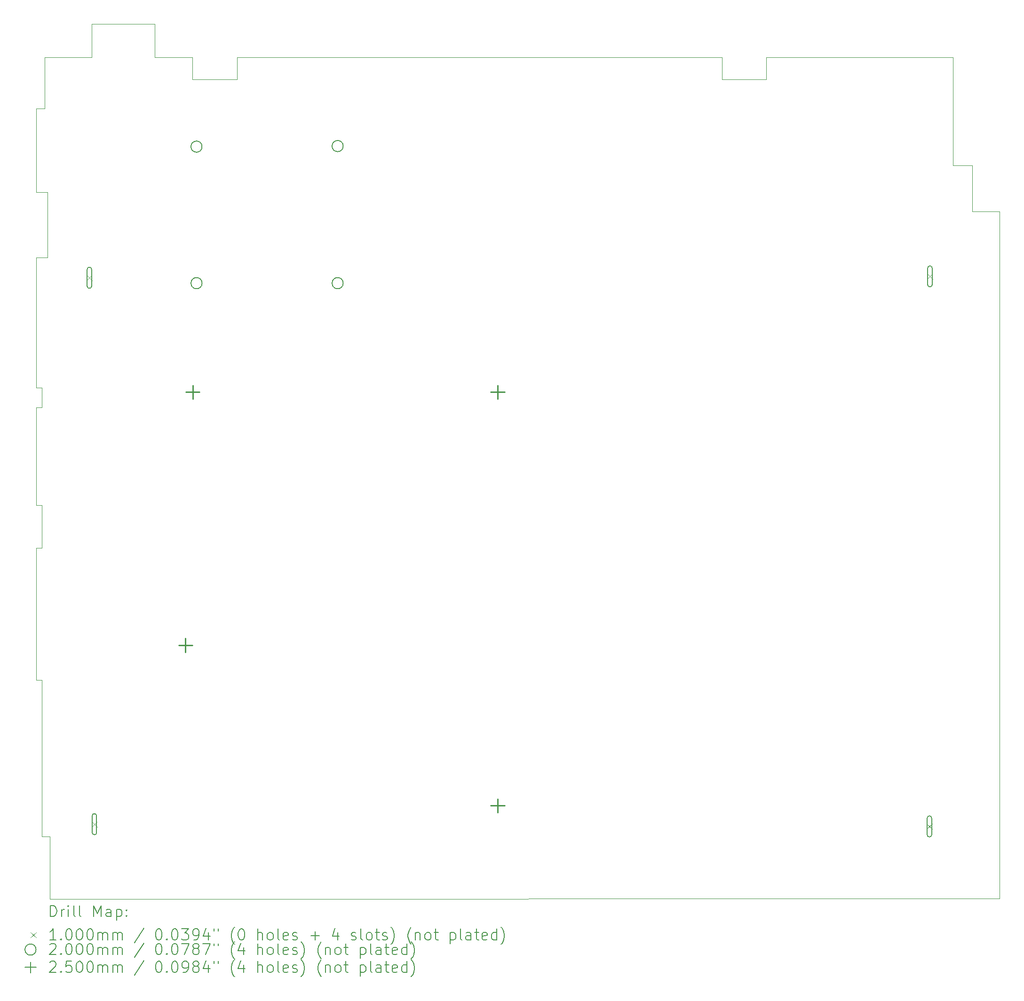
<source format=gbr>
%FSLAX45Y45*%
G04 Gerber Fmt 4.5, Leading zero omitted, Abs format (unit mm)*
G04 Created by KiCad (PCBNEW (6.0.1)) date 2022-04-19 13:10:00*
%MOMM*%
%LPD*%
G01*
G04 APERTURE LIST*
%TA.AperFunction,Profile*%
%ADD10C,0.100000*%
%TD*%
%ADD11C,0.200000*%
%ADD12C,0.100000*%
%ADD13C,0.250000*%
G04 APERTURE END LIST*
D10*
X29789000Y-8480000D02*
X29789000Y-20860000D01*
X12550000Y-16920000D02*
X12550000Y-19740000D01*
X12650000Y-8130000D02*
X12650000Y-9310000D01*
X13450000Y-5100000D02*
X14580000Y-5100000D01*
X14580000Y-5700000D02*
X15260000Y-5700000D01*
X12650000Y-9310000D02*
X12450000Y-9310000D01*
X12450000Y-11660000D02*
X12550000Y-11660000D01*
X24790000Y-5700000D02*
X24790000Y-6100000D01*
X25590000Y-6100000D02*
X25590000Y-5700000D01*
X16060000Y-5700000D02*
X24790000Y-5700000D01*
X12450000Y-14540000D02*
X12450000Y-16920000D01*
X15260000Y-5700000D02*
X15260000Y-6100000D01*
X12550000Y-13770000D02*
X12550000Y-14540000D01*
X12550000Y-14540000D02*
X12450000Y-14540000D01*
X29295000Y-7650000D02*
X29295000Y-8480000D01*
X29295000Y-8480000D02*
X29789000Y-8480000D01*
X12450000Y-6630000D02*
X12600000Y-6630000D01*
X12550000Y-19740000D02*
X12690000Y-19740000D01*
X12690000Y-20870000D02*
X29789000Y-20860000D01*
X15260000Y-6100000D02*
X16060000Y-6100000D01*
X12450000Y-13770000D02*
X12550000Y-13770000D01*
X12690000Y-19740000D02*
X12690000Y-20870000D01*
X13450000Y-5700000D02*
X13450000Y-5100000D01*
X12550000Y-12010000D02*
X12450000Y-12010000D01*
X12600000Y-5700000D02*
X13450000Y-5700000D01*
X28950000Y-7650000D02*
X29295000Y-7650000D01*
X12450000Y-12010000D02*
X12450000Y-13770000D01*
X12460000Y-8130000D02*
X12650000Y-8130000D01*
X12450000Y-9310000D02*
X12450000Y-11660000D01*
X12450000Y-6630000D02*
X12450000Y-8130000D01*
X12550000Y-11660000D02*
X12550000Y-12010000D01*
X16060000Y-6100000D02*
X16060000Y-5700000D01*
X12450000Y-16920000D02*
X12550000Y-16920000D01*
X28950000Y-5700000D02*
X28950000Y-7650000D01*
X24790000Y-6100000D02*
X25590000Y-6100000D01*
X12450000Y-8130000D02*
X12460000Y-8130000D01*
X14580000Y-5100000D02*
X14580000Y-5700000D01*
X25590000Y-5700000D02*
X28950000Y-5700000D01*
X12600000Y-6630000D02*
X12600000Y-5700000D01*
D11*
D12*
X13355000Y-9625000D02*
X13455000Y-9725000D01*
X13455000Y-9625000D02*
X13355000Y-9725000D01*
D11*
X13365000Y-9525000D02*
X13365000Y-9825000D01*
X13445000Y-9525000D02*
X13445000Y-9825000D01*
X13365000Y-9825000D02*
G75*
G03*
X13445000Y-9825000I40000J0D01*
G01*
X13445000Y-9525000D02*
G75*
G03*
X13365000Y-9525000I-40000J0D01*
G01*
D12*
X13445000Y-19470000D02*
X13545000Y-19570000D01*
X13545000Y-19470000D02*
X13445000Y-19570000D01*
D11*
X13455000Y-19370000D02*
X13455000Y-19670000D01*
X13535000Y-19370000D02*
X13535000Y-19670000D01*
X13455000Y-19670000D02*
G75*
G03*
X13535000Y-19670000I40000J0D01*
G01*
X13535000Y-19370000D02*
G75*
G03*
X13455000Y-19370000I-40000J0D01*
G01*
D12*
X28475000Y-19510000D02*
X28575000Y-19610000D01*
X28575000Y-19510000D02*
X28475000Y-19610000D01*
D11*
X28485000Y-19410000D02*
X28485000Y-19710000D01*
X28565000Y-19410000D02*
X28565000Y-19710000D01*
X28485000Y-19710000D02*
G75*
G03*
X28565000Y-19710000I40000J0D01*
G01*
X28565000Y-19410000D02*
G75*
G03*
X28485000Y-19410000I-40000J0D01*
G01*
D12*
X28485000Y-9600000D02*
X28585000Y-9700000D01*
X28585000Y-9600000D02*
X28485000Y-9700000D01*
D11*
X28495000Y-9500000D02*
X28495000Y-9800000D01*
X28575000Y-9500000D02*
X28575000Y-9800000D01*
X28495000Y-9800000D02*
G75*
G03*
X28575000Y-9800000I40000J0D01*
G01*
X28575000Y-9500000D02*
G75*
G03*
X28495000Y-9500000I-40000J0D01*
G01*
X15433200Y-7312900D02*
G75*
G03*
X15433200Y-7312900I-100000J0D01*
G01*
X15433200Y-9772900D02*
G75*
G03*
X15433200Y-9772900I-100000J0D01*
G01*
X17973200Y-7302900D02*
G75*
G03*
X17973200Y-7302900I-100000J0D01*
G01*
X17973200Y-9772900D02*
G75*
G03*
X17973200Y-9772900I-100000J0D01*
G01*
D13*
X15135000Y-16170500D02*
X15135000Y-16420500D01*
X15010000Y-16295500D02*
X15260000Y-16295500D01*
X15265000Y-11610500D02*
X15265000Y-11860500D01*
X15140000Y-11735500D02*
X15390000Y-11735500D01*
X20755000Y-11610500D02*
X20755000Y-11860500D01*
X20630000Y-11735500D02*
X20880000Y-11735500D01*
X20755000Y-19060500D02*
X20755000Y-19310500D01*
X20630000Y-19185500D02*
X20880000Y-19185500D01*
D11*
X12702619Y-21185476D02*
X12702619Y-20985476D01*
X12750238Y-20985476D01*
X12778809Y-20995000D01*
X12797857Y-21014048D01*
X12807381Y-21033095D01*
X12816905Y-21071190D01*
X12816905Y-21099762D01*
X12807381Y-21137857D01*
X12797857Y-21156905D01*
X12778809Y-21175952D01*
X12750238Y-21185476D01*
X12702619Y-21185476D01*
X12902619Y-21185476D02*
X12902619Y-21052143D01*
X12902619Y-21090238D02*
X12912143Y-21071190D01*
X12921667Y-21061667D01*
X12940714Y-21052143D01*
X12959762Y-21052143D01*
X13026428Y-21185476D02*
X13026428Y-21052143D01*
X13026428Y-20985476D02*
X13016905Y-20995000D01*
X13026428Y-21004524D01*
X13035952Y-20995000D01*
X13026428Y-20985476D01*
X13026428Y-21004524D01*
X13150238Y-21185476D02*
X13131190Y-21175952D01*
X13121667Y-21156905D01*
X13121667Y-20985476D01*
X13255000Y-21185476D02*
X13235952Y-21175952D01*
X13226428Y-21156905D01*
X13226428Y-20985476D01*
X13483571Y-21185476D02*
X13483571Y-20985476D01*
X13550238Y-21128333D01*
X13616905Y-20985476D01*
X13616905Y-21185476D01*
X13797857Y-21185476D02*
X13797857Y-21080714D01*
X13788333Y-21061667D01*
X13769286Y-21052143D01*
X13731190Y-21052143D01*
X13712143Y-21061667D01*
X13797857Y-21175952D02*
X13778809Y-21185476D01*
X13731190Y-21185476D01*
X13712143Y-21175952D01*
X13702619Y-21156905D01*
X13702619Y-21137857D01*
X13712143Y-21118810D01*
X13731190Y-21109286D01*
X13778809Y-21109286D01*
X13797857Y-21099762D01*
X13893095Y-21052143D02*
X13893095Y-21252143D01*
X13893095Y-21061667D02*
X13912143Y-21052143D01*
X13950238Y-21052143D01*
X13969286Y-21061667D01*
X13978809Y-21071190D01*
X13988333Y-21090238D01*
X13988333Y-21147381D01*
X13978809Y-21166429D01*
X13969286Y-21175952D01*
X13950238Y-21185476D01*
X13912143Y-21185476D01*
X13893095Y-21175952D01*
X14074048Y-21166429D02*
X14083571Y-21175952D01*
X14074048Y-21185476D01*
X14064524Y-21175952D01*
X14074048Y-21166429D01*
X14074048Y-21185476D01*
X14074048Y-21061667D02*
X14083571Y-21071190D01*
X14074048Y-21080714D01*
X14064524Y-21071190D01*
X14074048Y-21061667D01*
X14074048Y-21080714D01*
D12*
X12345000Y-21465000D02*
X12445000Y-21565000D01*
X12445000Y-21465000D02*
X12345000Y-21565000D01*
D11*
X12807381Y-21605476D02*
X12693095Y-21605476D01*
X12750238Y-21605476D02*
X12750238Y-21405476D01*
X12731190Y-21434048D01*
X12712143Y-21453095D01*
X12693095Y-21462619D01*
X12893095Y-21586429D02*
X12902619Y-21595952D01*
X12893095Y-21605476D01*
X12883571Y-21595952D01*
X12893095Y-21586429D01*
X12893095Y-21605476D01*
X13026428Y-21405476D02*
X13045476Y-21405476D01*
X13064524Y-21415000D01*
X13074048Y-21424524D01*
X13083571Y-21443571D01*
X13093095Y-21481667D01*
X13093095Y-21529286D01*
X13083571Y-21567381D01*
X13074048Y-21586429D01*
X13064524Y-21595952D01*
X13045476Y-21605476D01*
X13026428Y-21605476D01*
X13007381Y-21595952D01*
X12997857Y-21586429D01*
X12988333Y-21567381D01*
X12978809Y-21529286D01*
X12978809Y-21481667D01*
X12988333Y-21443571D01*
X12997857Y-21424524D01*
X13007381Y-21415000D01*
X13026428Y-21405476D01*
X13216905Y-21405476D02*
X13235952Y-21405476D01*
X13255000Y-21415000D01*
X13264524Y-21424524D01*
X13274048Y-21443571D01*
X13283571Y-21481667D01*
X13283571Y-21529286D01*
X13274048Y-21567381D01*
X13264524Y-21586429D01*
X13255000Y-21595952D01*
X13235952Y-21605476D01*
X13216905Y-21605476D01*
X13197857Y-21595952D01*
X13188333Y-21586429D01*
X13178809Y-21567381D01*
X13169286Y-21529286D01*
X13169286Y-21481667D01*
X13178809Y-21443571D01*
X13188333Y-21424524D01*
X13197857Y-21415000D01*
X13216905Y-21405476D01*
X13407381Y-21405476D02*
X13426428Y-21405476D01*
X13445476Y-21415000D01*
X13455000Y-21424524D01*
X13464524Y-21443571D01*
X13474048Y-21481667D01*
X13474048Y-21529286D01*
X13464524Y-21567381D01*
X13455000Y-21586429D01*
X13445476Y-21595952D01*
X13426428Y-21605476D01*
X13407381Y-21605476D01*
X13388333Y-21595952D01*
X13378809Y-21586429D01*
X13369286Y-21567381D01*
X13359762Y-21529286D01*
X13359762Y-21481667D01*
X13369286Y-21443571D01*
X13378809Y-21424524D01*
X13388333Y-21415000D01*
X13407381Y-21405476D01*
X13559762Y-21605476D02*
X13559762Y-21472143D01*
X13559762Y-21491190D02*
X13569286Y-21481667D01*
X13588333Y-21472143D01*
X13616905Y-21472143D01*
X13635952Y-21481667D01*
X13645476Y-21500714D01*
X13645476Y-21605476D01*
X13645476Y-21500714D02*
X13655000Y-21481667D01*
X13674048Y-21472143D01*
X13702619Y-21472143D01*
X13721667Y-21481667D01*
X13731190Y-21500714D01*
X13731190Y-21605476D01*
X13826428Y-21605476D02*
X13826428Y-21472143D01*
X13826428Y-21491190D02*
X13835952Y-21481667D01*
X13855000Y-21472143D01*
X13883571Y-21472143D01*
X13902619Y-21481667D01*
X13912143Y-21500714D01*
X13912143Y-21605476D01*
X13912143Y-21500714D02*
X13921667Y-21481667D01*
X13940714Y-21472143D01*
X13969286Y-21472143D01*
X13988333Y-21481667D01*
X13997857Y-21500714D01*
X13997857Y-21605476D01*
X14388333Y-21395952D02*
X14216905Y-21653095D01*
X14645476Y-21405476D02*
X14664524Y-21405476D01*
X14683571Y-21415000D01*
X14693095Y-21424524D01*
X14702619Y-21443571D01*
X14712143Y-21481667D01*
X14712143Y-21529286D01*
X14702619Y-21567381D01*
X14693095Y-21586429D01*
X14683571Y-21595952D01*
X14664524Y-21605476D01*
X14645476Y-21605476D01*
X14626428Y-21595952D01*
X14616905Y-21586429D01*
X14607381Y-21567381D01*
X14597857Y-21529286D01*
X14597857Y-21481667D01*
X14607381Y-21443571D01*
X14616905Y-21424524D01*
X14626428Y-21415000D01*
X14645476Y-21405476D01*
X14797857Y-21586429D02*
X14807381Y-21595952D01*
X14797857Y-21605476D01*
X14788333Y-21595952D01*
X14797857Y-21586429D01*
X14797857Y-21605476D01*
X14931190Y-21405476D02*
X14950238Y-21405476D01*
X14969286Y-21415000D01*
X14978809Y-21424524D01*
X14988333Y-21443571D01*
X14997857Y-21481667D01*
X14997857Y-21529286D01*
X14988333Y-21567381D01*
X14978809Y-21586429D01*
X14969286Y-21595952D01*
X14950238Y-21605476D01*
X14931190Y-21605476D01*
X14912143Y-21595952D01*
X14902619Y-21586429D01*
X14893095Y-21567381D01*
X14883571Y-21529286D01*
X14883571Y-21481667D01*
X14893095Y-21443571D01*
X14902619Y-21424524D01*
X14912143Y-21415000D01*
X14931190Y-21405476D01*
X15064524Y-21405476D02*
X15188333Y-21405476D01*
X15121667Y-21481667D01*
X15150238Y-21481667D01*
X15169286Y-21491190D01*
X15178809Y-21500714D01*
X15188333Y-21519762D01*
X15188333Y-21567381D01*
X15178809Y-21586429D01*
X15169286Y-21595952D01*
X15150238Y-21605476D01*
X15093095Y-21605476D01*
X15074048Y-21595952D01*
X15064524Y-21586429D01*
X15283571Y-21605476D02*
X15321667Y-21605476D01*
X15340714Y-21595952D01*
X15350238Y-21586429D01*
X15369286Y-21557857D01*
X15378809Y-21519762D01*
X15378809Y-21443571D01*
X15369286Y-21424524D01*
X15359762Y-21415000D01*
X15340714Y-21405476D01*
X15302619Y-21405476D01*
X15283571Y-21415000D01*
X15274048Y-21424524D01*
X15264524Y-21443571D01*
X15264524Y-21491190D01*
X15274048Y-21510238D01*
X15283571Y-21519762D01*
X15302619Y-21529286D01*
X15340714Y-21529286D01*
X15359762Y-21519762D01*
X15369286Y-21510238D01*
X15378809Y-21491190D01*
X15550238Y-21472143D02*
X15550238Y-21605476D01*
X15502619Y-21395952D02*
X15455000Y-21538810D01*
X15578809Y-21538810D01*
X15645476Y-21405476D02*
X15645476Y-21443571D01*
X15721667Y-21405476D02*
X15721667Y-21443571D01*
X16016905Y-21681667D02*
X16007381Y-21672143D01*
X15988333Y-21643571D01*
X15978809Y-21624524D01*
X15969286Y-21595952D01*
X15959762Y-21548333D01*
X15959762Y-21510238D01*
X15969286Y-21462619D01*
X15978809Y-21434048D01*
X15988333Y-21415000D01*
X16007381Y-21386429D01*
X16016905Y-21376905D01*
X16131190Y-21405476D02*
X16150238Y-21405476D01*
X16169286Y-21415000D01*
X16178809Y-21424524D01*
X16188333Y-21443571D01*
X16197857Y-21481667D01*
X16197857Y-21529286D01*
X16188333Y-21567381D01*
X16178809Y-21586429D01*
X16169286Y-21595952D01*
X16150238Y-21605476D01*
X16131190Y-21605476D01*
X16112143Y-21595952D01*
X16102619Y-21586429D01*
X16093095Y-21567381D01*
X16083571Y-21529286D01*
X16083571Y-21481667D01*
X16093095Y-21443571D01*
X16102619Y-21424524D01*
X16112143Y-21415000D01*
X16131190Y-21405476D01*
X16435952Y-21605476D02*
X16435952Y-21405476D01*
X16521667Y-21605476D02*
X16521667Y-21500714D01*
X16512143Y-21481667D01*
X16493095Y-21472143D01*
X16464524Y-21472143D01*
X16445476Y-21481667D01*
X16435952Y-21491190D01*
X16645476Y-21605476D02*
X16626428Y-21595952D01*
X16616905Y-21586429D01*
X16607381Y-21567381D01*
X16607381Y-21510238D01*
X16616905Y-21491190D01*
X16626428Y-21481667D01*
X16645476Y-21472143D01*
X16674048Y-21472143D01*
X16693095Y-21481667D01*
X16702619Y-21491190D01*
X16712143Y-21510238D01*
X16712143Y-21567381D01*
X16702619Y-21586429D01*
X16693095Y-21595952D01*
X16674048Y-21605476D01*
X16645476Y-21605476D01*
X16826429Y-21605476D02*
X16807381Y-21595952D01*
X16797857Y-21576905D01*
X16797857Y-21405476D01*
X16978810Y-21595952D02*
X16959762Y-21605476D01*
X16921667Y-21605476D01*
X16902619Y-21595952D01*
X16893095Y-21576905D01*
X16893095Y-21500714D01*
X16902619Y-21481667D01*
X16921667Y-21472143D01*
X16959762Y-21472143D01*
X16978810Y-21481667D01*
X16988333Y-21500714D01*
X16988333Y-21519762D01*
X16893095Y-21538810D01*
X17064524Y-21595952D02*
X17083571Y-21605476D01*
X17121667Y-21605476D01*
X17140714Y-21595952D01*
X17150238Y-21576905D01*
X17150238Y-21567381D01*
X17140714Y-21548333D01*
X17121667Y-21538810D01*
X17093095Y-21538810D01*
X17074048Y-21529286D01*
X17064524Y-21510238D01*
X17064524Y-21500714D01*
X17074048Y-21481667D01*
X17093095Y-21472143D01*
X17121667Y-21472143D01*
X17140714Y-21481667D01*
X17388333Y-21529286D02*
X17540714Y-21529286D01*
X17464524Y-21605476D02*
X17464524Y-21453095D01*
X17874048Y-21472143D02*
X17874048Y-21605476D01*
X17826429Y-21395952D02*
X17778810Y-21538810D01*
X17902619Y-21538810D01*
X18121667Y-21595952D02*
X18140714Y-21605476D01*
X18178810Y-21605476D01*
X18197857Y-21595952D01*
X18207381Y-21576905D01*
X18207381Y-21567381D01*
X18197857Y-21548333D01*
X18178810Y-21538810D01*
X18150238Y-21538810D01*
X18131190Y-21529286D01*
X18121667Y-21510238D01*
X18121667Y-21500714D01*
X18131190Y-21481667D01*
X18150238Y-21472143D01*
X18178810Y-21472143D01*
X18197857Y-21481667D01*
X18321667Y-21605476D02*
X18302619Y-21595952D01*
X18293095Y-21576905D01*
X18293095Y-21405476D01*
X18426429Y-21605476D02*
X18407381Y-21595952D01*
X18397857Y-21586429D01*
X18388333Y-21567381D01*
X18388333Y-21510238D01*
X18397857Y-21491190D01*
X18407381Y-21481667D01*
X18426429Y-21472143D01*
X18455000Y-21472143D01*
X18474048Y-21481667D01*
X18483571Y-21491190D01*
X18493095Y-21510238D01*
X18493095Y-21567381D01*
X18483571Y-21586429D01*
X18474048Y-21595952D01*
X18455000Y-21605476D01*
X18426429Y-21605476D01*
X18550238Y-21472143D02*
X18626429Y-21472143D01*
X18578810Y-21405476D02*
X18578810Y-21576905D01*
X18588333Y-21595952D01*
X18607381Y-21605476D01*
X18626429Y-21605476D01*
X18683571Y-21595952D02*
X18702619Y-21605476D01*
X18740714Y-21605476D01*
X18759762Y-21595952D01*
X18769286Y-21576905D01*
X18769286Y-21567381D01*
X18759762Y-21548333D01*
X18740714Y-21538810D01*
X18712143Y-21538810D01*
X18693095Y-21529286D01*
X18683571Y-21510238D01*
X18683571Y-21500714D01*
X18693095Y-21481667D01*
X18712143Y-21472143D01*
X18740714Y-21472143D01*
X18759762Y-21481667D01*
X18835952Y-21681667D02*
X18845476Y-21672143D01*
X18864524Y-21643571D01*
X18874048Y-21624524D01*
X18883571Y-21595952D01*
X18893095Y-21548333D01*
X18893095Y-21510238D01*
X18883571Y-21462619D01*
X18874048Y-21434048D01*
X18864524Y-21415000D01*
X18845476Y-21386429D01*
X18835952Y-21376905D01*
X19197857Y-21681667D02*
X19188333Y-21672143D01*
X19169286Y-21643571D01*
X19159762Y-21624524D01*
X19150238Y-21595952D01*
X19140714Y-21548333D01*
X19140714Y-21510238D01*
X19150238Y-21462619D01*
X19159762Y-21434048D01*
X19169286Y-21415000D01*
X19188333Y-21386429D01*
X19197857Y-21376905D01*
X19274048Y-21472143D02*
X19274048Y-21605476D01*
X19274048Y-21491190D02*
X19283571Y-21481667D01*
X19302619Y-21472143D01*
X19331190Y-21472143D01*
X19350238Y-21481667D01*
X19359762Y-21500714D01*
X19359762Y-21605476D01*
X19483571Y-21605476D02*
X19464524Y-21595952D01*
X19455000Y-21586429D01*
X19445476Y-21567381D01*
X19445476Y-21510238D01*
X19455000Y-21491190D01*
X19464524Y-21481667D01*
X19483571Y-21472143D01*
X19512143Y-21472143D01*
X19531190Y-21481667D01*
X19540714Y-21491190D01*
X19550238Y-21510238D01*
X19550238Y-21567381D01*
X19540714Y-21586429D01*
X19531190Y-21595952D01*
X19512143Y-21605476D01*
X19483571Y-21605476D01*
X19607381Y-21472143D02*
X19683571Y-21472143D01*
X19635952Y-21405476D02*
X19635952Y-21576905D01*
X19645476Y-21595952D01*
X19664524Y-21605476D01*
X19683571Y-21605476D01*
X19902619Y-21472143D02*
X19902619Y-21672143D01*
X19902619Y-21481667D02*
X19921667Y-21472143D01*
X19959762Y-21472143D01*
X19978810Y-21481667D01*
X19988333Y-21491190D01*
X19997857Y-21510238D01*
X19997857Y-21567381D01*
X19988333Y-21586429D01*
X19978810Y-21595952D01*
X19959762Y-21605476D01*
X19921667Y-21605476D01*
X19902619Y-21595952D01*
X20112143Y-21605476D02*
X20093095Y-21595952D01*
X20083571Y-21576905D01*
X20083571Y-21405476D01*
X20274048Y-21605476D02*
X20274048Y-21500714D01*
X20264524Y-21481667D01*
X20245476Y-21472143D01*
X20207381Y-21472143D01*
X20188333Y-21481667D01*
X20274048Y-21595952D02*
X20255000Y-21605476D01*
X20207381Y-21605476D01*
X20188333Y-21595952D01*
X20178810Y-21576905D01*
X20178810Y-21557857D01*
X20188333Y-21538810D01*
X20207381Y-21529286D01*
X20255000Y-21529286D01*
X20274048Y-21519762D01*
X20340714Y-21472143D02*
X20416905Y-21472143D01*
X20369286Y-21405476D02*
X20369286Y-21576905D01*
X20378810Y-21595952D01*
X20397857Y-21605476D01*
X20416905Y-21605476D01*
X20559762Y-21595952D02*
X20540714Y-21605476D01*
X20502619Y-21605476D01*
X20483571Y-21595952D01*
X20474048Y-21576905D01*
X20474048Y-21500714D01*
X20483571Y-21481667D01*
X20502619Y-21472143D01*
X20540714Y-21472143D01*
X20559762Y-21481667D01*
X20569286Y-21500714D01*
X20569286Y-21519762D01*
X20474048Y-21538810D01*
X20740714Y-21605476D02*
X20740714Y-21405476D01*
X20740714Y-21595952D02*
X20721667Y-21605476D01*
X20683571Y-21605476D01*
X20664524Y-21595952D01*
X20655000Y-21586429D01*
X20645476Y-21567381D01*
X20645476Y-21510238D01*
X20655000Y-21491190D01*
X20664524Y-21481667D01*
X20683571Y-21472143D01*
X20721667Y-21472143D01*
X20740714Y-21481667D01*
X20816905Y-21681667D02*
X20826429Y-21672143D01*
X20845476Y-21643571D01*
X20855000Y-21624524D01*
X20864524Y-21595952D01*
X20874048Y-21548333D01*
X20874048Y-21510238D01*
X20864524Y-21462619D01*
X20855000Y-21434048D01*
X20845476Y-21415000D01*
X20826429Y-21386429D01*
X20816905Y-21376905D01*
X12445000Y-21779000D02*
G75*
G03*
X12445000Y-21779000I-100000J0D01*
G01*
X12693095Y-21688524D02*
X12702619Y-21679000D01*
X12721667Y-21669476D01*
X12769286Y-21669476D01*
X12788333Y-21679000D01*
X12797857Y-21688524D01*
X12807381Y-21707571D01*
X12807381Y-21726619D01*
X12797857Y-21755190D01*
X12683571Y-21869476D01*
X12807381Y-21869476D01*
X12893095Y-21850429D02*
X12902619Y-21859952D01*
X12893095Y-21869476D01*
X12883571Y-21859952D01*
X12893095Y-21850429D01*
X12893095Y-21869476D01*
X13026428Y-21669476D02*
X13045476Y-21669476D01*
X13064524Y-21679000D01*
X13074048Y-21688524D01*
X13083571Y-21707571D01*
X13093095Y-21745667D01*
X13093095Y-21793286D01*
X13083571Y-21831381D01*
X13074048Y-21850429D01*
X13064524Y-21859952D01*
X13045476Y-21869476D01*
X13026428Y-21869476D01*
X13007381Y-21859952D01*
X12997857Y-21850429D01*
X12988333Y-21831381D01*
X12978809Y-21793286D01*
X12978809Y-21745667D01*
X12988333Y-21707571D01*
X12997857Y-21688524D01*
X13007381Y-21679000D01*
X13026428Y-21669476D01*
X13216905Y-21669476D02*
X13235952Y-21669476D01*
X13255000Y-21679000D01*
X13264524Y-21688524D01*
X13274048Y-21707571D01*
X13283571Y-21745667D01*
X13283571Y-21793286D01*
X13274048Y-21831381D01*
X13264524Y-21850429D01*
X13255000Y-21859952D01*
X13235952Y-21869476D01*
X13216905Y-21869476D01*
X13197857Y-21859952D01*
X13188333Y-21850429D01*
X13178809Y-21831381D01*
X13169286Y-21793286D01*
X13169286Y-21745667D01*
X13178809Y-21707571D01*
X13188333Y-21688524D01*
X13197857Y-21679000D01*
X13216905Y-21669476D01*
X13407381Y-21669476D02*
X13426428Y-21669476D01*
X13445476Y-21679000D01*
X13455000Y-21688524D01*
X13464524Y-21707571D01*
X13474048Y-21745667D01*
X13474048Y-21793286D01*
X13464524Y-21831381D01*
X13455000Y-21850429D01*
X13445476Y-21859952D01*
X13426428Y-21869476D01*
X13407381Y-21869476D01*
X13388333Y-21859952D01*
X13378809Y-21850429D01*
X13369286Y-21831381D01*
X13359762Y-21793286D01*
X13359762Y-21745667D01*
X13369286Y-21707571D01*
X13378809Y-21688524D01*
X13388333Y-21679000D01*
X13407381Y-21669476D01*
X13559762Y-21869476D02*
X13559762Y-21736143D01*
X13559762Y-21755190D02*
X13569286Y-21745667D01*
X13588333Y-21736143D01*
X13616905Y-21736143D01*
X13635952Y-21745667D01*
X13645476Y-21764714D01*
X13645476Y-21869476D01*
X13645476Y-21764714D02*
X13655000Y-21745667D01*
X13674048Y-21736143D01*
X13702619Y-21736143D01*
X13721667Y-21745667D01*
X13731190Y-21764714D01*
X13731190Y-21869476D01*
X13826428Y-21869476D02*
X13826428Y-21736143D01*
X13826428Y-21755190D02*
X13835952Y-21745667D01*
X13855000Y-21736143D01*
X13883571Y-21736143D01*
X13902619Y-21745667D01*
X13912143Y-21764714D01*
X13912143Y-21869476D01*
X13912143Y-21764714D02*
X13921667Y-21745667D01*
X13940714Y-21736143D01*
X13969286Y-21736143D01*
X13988333Y-21745667D01*
X13997857Y-21764714D01*
X13997857Y-21869476D01*
X14388333Y-21659952D02*
X14216905Y-21917095D01*
X14645476Y-21669476D02*
X14664524Y-21669476D01*
X14683571Y-21679000D01*
X14693095Y-21688524D01*
X14702619Y-21707571D01*
X14712143Y-21745667D01*
X14712143Y-21793286D01*
X14702619Y-21831381D01*
X14693095Y-21850429D01*
X14683571Y-21859952D01*
X14664524Y-21869476D01*
X14645476Y-21869476D01*
X14626428Y-21859952D01*
X14616905Y-21850429D01*
X14607381Y-21831381D01*
X14597857Y-21793286D01*
X14597857Y-21745667D01*
X14607381Y-21707571D01*
X14616905Y-21688524D01*
X14626428Y-21679000D01*
X14645476Y-21669476D01*
X14797857Y-21850429D02*
X14807381Y-21859952D01*
X14797857Y-21869476D01*
X14788333Y-21859952D01*
X14797857Y-21850429D01*
X14797857Y-21869476D01*
X14931190Y-21669476D02*
X14950238Y-21669476D01*
X14969286Y-21679000D01*
X14978809Y-21688524D01*
X14988333Y-21707571D01*
X14997857Y-21745667D01*
X14997857Y-21793286D01*
X14988333Y-21831381D01*
X14978809Y-21850429D01*
X14969286Y-21859952D01*
X14950238Y-21869476D01*
X14931190Y-21869476D01*
X14912143Y-21859952D01*
X14902619Y-21850429D01*
X14893095Y-21831381D01*
X14883571Y-21793286D01*
X14883571Y-21745667D01*
X14893095Y-21707571D01*
X14902619Y-21688524D01*
X14912143Y-21679000D01*
X14931190Y-21669476D01*
X15064524Y-21669476D02*
X15197857Y-21669476D01*
X15112143Y-21869476D01*
X15302619Y-21755190D02*
X15283571Y-21745667D01*
X15274048Y-21736143D01*
X15264524Y-21717095D01*
X15264524Y-21707571D01*
X15274048Y-21688524D01*
X15283571Y-21679000D01*
X15302619Y-21669476D01*
X15340714Y-21669476D01*
X15359762Y-21679000D01*
X15369286Y-21688524D01*
X15378809Y-21707571D01*
X15378809Y-21717095D01*
X15369286Y-21736143D01*
X15359762Y-21745667D01*
X15340714Y-21755190D01*
X15302619Y-21755190D01*
X15283571Y-21764714D01*
X15274048Y-21774238D01*
X15264524Y-21793286D01*
X15264524Y-21831381D01*
X15274048Y-21850429D01*
X15283571Y-21859952D01*
X15302619Y-21869476D01*
X15340714Y-21869476D01*
X15359762Y-21859952D01*
X15369286Y-21850429D01*
X15378809Y-21831381D01*
X15378809Y-21793286D01*
X15369286Y-21774238D01*
X15359762Y-21764714D01*
X15340714Y-21755190D01*
X15445476Y-21669476D02*
X15578809Y-21669476D01*
X15493095Y-21869476D01*
X15645476Y-21669476D02*
X15645476Y-21707571D01*
X15721667Y-21669476D02*
X15721667Y-21707571D01*
X16016905Y-21945667D02*
X16007381Y-21936143D01*
X15988333Y-21907571D01*
X15978809Y-21888524D01*
X15969286Y-21859952D01*
X15959762Y-21812333D01*
X15959762Y-21774238D01*
X15969286Y-21726619D01*
X15978809Y-21698048D01*
X15988333Y-21679000D01*
X16007381Y-21650429D01*
X16016905Y-21640905D01*
X16178809Y-21736143D02*
X16178809Y-21869476D01*
X16131190Y-21659952D02*
X16083571Y-21802810D01*
X16207381Y-21802810D01*
X16435952Y-21869476D02*
X16435952Y-21669476D01*
X16521667Y-21869476D02*
X16521667Y-21764714D01*
X16512143Y-21745667D01*
X16493095Y-21736143D01*
X16464524Y-21736143D01*
X16445476Y-21745667D01*
X16435952Y-21755190D01*
X16645476Y-21869476D02*
X16626428Y-21859952D01*
X16616905Y-21850429D01*
X16607381Y-21831381D01*
X16607381Y-21774238D01*
X16616905Y-21755190D01*
X16626428Y-21745667D01*
X16645476Y-21736143D01*
X16674048Y-21736143D01*
X16693095Y-21745667D01*
X16702619Y-21755190D01*
X16712143Y-21774238D01*
X16712143Y-21831381D01*
X16702619Y-21850429D01*
X16693095Y-21859952D01*
X16674048Y-21869476D01*
X16645476Y-21869476D01*
X16826429Y-21869476D02*
X16807381Y-21859952D01*
X16797857Y-21840905D01*
X16797857Y-21669476D01*
X16978810Y-21859952D02*
X16959762Y-21869476D01*
X16921667Y-21869476D01*
X16902619Y-21859952D01*
X16893095Y-21840905D01*
X16893095Y-21764714D01*
X16902619Y-21745667D01*
X16921667Y-21736143D01*
X16959762Y-21736143D01*
X16978810Y-21745667D01*
X16988333Y-21764714D01*
X16988333Y-21783762D01*
X16893095Y-21802810D01*
X17064524Y-21859952D02*
X17083571Y-21869476D01*
X17121667Y-21869476D01*
X17140714Y-21859952D01*
X17150238Y-21840905D01*
X17150238Y-21831381D01*
X17140714Y-21812333D01*
X17121667Y-21802810D01*
X17093095Y-21802810D01*
X17074048Y-21793286D01*
X17064524Y-21774238D01*
X17064524Y-21764714D01*
X17074048Y-21745667D01*
X17093095Y-21736143D01*
X17121667Y-21736143D01*
X17140714Y-21745667D01*
X17216905Y-21945667D02*
X17226429Y-21936143D01*
X17245476Y-21907571D01*
X17255000Y-21888524D01*
X17264524Y-21859952D01*
X17274048Y-21812333D01*
X17274048Y-21774238D01*
X17264524Y-21726619D01*
X17255000Y-21698048D01*
X17245476Y-21679000D01*
X17226429Y-21650429D01*
X17216905Y-21640905D01*
X17578810Y-21945667D02*
X17569286Y-21936143D01*
X17550238Y-21907571D01*
X17540714Y-21888524D01*
X17531190Y-21859952D01*
X17521667Y-21812333D01*
X17521667Y-21774238D01*
X17531190Y-21726619D01*
X17540714Y-21698048D01*
X17550238Y-21679000D01*
X17569286Y-21650429D01*
X17578810Y-21640905D01*
X17655000Y-21736143D02*
X17655000Y-21869476D01*
X17655000Y-21755190D02*
X17664524Y-21745667D01*
X17683571Y-21736143D01*
X17712143Y-21736143D01*
X17731190Y-21745667D01*
X17740714Y-21764714D01*
X17740714Y-21869476D01*
X17864524Y-21869476D02*
X17845476Y-21859952D01*
X17835952Y-21850429D01*
X17826429Y-21831381D01*
X17826429Y-21774238D01*
X17835952Y-21755190D01*
X17845476Y-21745667D01*
X17864524Y-21736143D01*
X17893095Y-21736143D01*
X17912143Y-21745667D01*
X17921667Y-21755190D01*
X17931190Y-21774238D01*
X17931190Y-21831381D01*
X17921667Y-21850429D01*
X17912143Y-21859952D01*
X17893095Y-21869476D01*
X17864524Y-21869476D01*
X17988333Y-21736143D02*
X18064524Y-21736143D01*
X18016905Y-21669476D02*
X18016905Y-21840905D01*
X18026429Y-21859952D01*
X18045476Y-21869476D01*
X18064524Y-21869476D01*
X18283571Y-21736143D02*
X18283571Y-21936143D01*
X18283571Y-21745667D02*
X18302619Y-21736143D01*
X18340714Y-21736143D01*
X18359762Y-21745667D01*
X18369286Y-21755190D01*
X18378810Y-21774238D01*
X18378810Y-21831381D01*
X18369286Y-21850429D01*
X18359762Y-21859952D01*
X18340714Y-21869476D01*
X18302619Y-21869476D01*
X18283571Y-21859952D01*
X18493095Y-21869476D02*
X18474048Y-21859952D01*
X18464524Y-21840905D01*
X18464524Y-21669476D01*
X18655000Y-21869476D02*
X18655000Y-21764714D01*
X18645476Y-21745667D01*
X18626429Y-21736143D01*
X18588333Y-21736143D01*
X18569286Y-21745667D01*
X18655000Y-21859952D02*
X18635952Y-21869476D01*
X18588333Y-21869476D01*
X18569286Y-21859952D01*
X18559762Y-21840905D01*
X18559762Y-21821857D01*
X18569286Y-21802810D01*
X18588333Y-21793286D01*
X18635952Y-21793286D01*
X18655000Y-21783762D01*
X18721667Y-21736143D02*
X18797857Y-21736143D01*
X18750238Y-21669476D02*
X18750238Y-21840905D01*
X18759762Y-21859952D01*
X18778810Y-21869476D01*
X18797857Y-21869476D01*
X18940714Y-21859952D02*
X18921667Y-21869476D01*
X18883571Y-21869476D01*
X18864524Y-21859952D01*
X18855000Y-21840905D01*
X18855000Y-21764714D01*
X18864524Y-21745667D01*
X18883571Y-21736143D01*
X18921667Y-21736143D01*
X18940714Y-21745667D01*
X18950238Y-21764714D01*
X18950238Y-21783762D01*
X18855000Y-21802810D01*
X19121667Y-21869476D02*
X19121667Y-21669476D01*
X19121667Y-21859952D02*
X19102619Y-21869476D01*
X19064524Y-21869476D01*
X19045476Y-21859952D01*
X19035952Y-21850429D01*
X19026429Y-21831381D01*
X19026429Y-21774238D01*
X19035952Y-21755190D01*
X19045476Y-21745667D01*
X19064524Y-21736143D01*
X19102619Y-21736143D01*
X19121667Y-21745667D01*
X19197857Y-21945667D02*
X19207381Y-21936143D01*
X19226429Y-21907571D01*
X19235952Y-21888524D01*
X19245476Y-21859952D01*
X19255000Y-21812333D01*
X19255000Y-21774238D01*
X19245476Y-21726619D01*
X19235952Y-21698048D01*
X19226429Y-21679000D01*
X19207381Y-21650429D01*
X19197857Y-21640905D01*
X12345000Y-21999000D02*
X12345000Y-22199000D01*
X12245000Y-22099000D02*
X12445000Y-22099000D01*
X12693095Y-22008524D02*
X12702619Y-21999000D01*
X12721667Y-21989476D01*
X12769286Y-21989476D01*
X12788333Y-21999000D01*
X12797857Y-22008524D01*
X12807381Y-22027571D01*
X12807381Y-22046619D01*
X12797857Y-22075190D01*
X12683571Y-22189476D01*
X12807381Y-22189476D01*
X12893095Y-22170429D02*
X12902619Y-22179952D01*
X12893095Y-22189476D01*
X12883571Y-22179952D01*
X12893095Y-22170429D01*
X12893095Y-22189476D01*
X13083571Y-21989476D02*
X12988333Y-21989476D01*
X12978809Y-22084714D01*
X12988333Y-22075190D01*
X13007381Y-22065667D01*
X13055000Y-22065667D01*
X13074048Y-22075190D01*
X13083571Y-22084714D01*
X13093095Y-22103762D01*
X13093095Y-22151381D01*
X13083571Y-22170429D01*
X13074048Y-22179952D01*
X13055000Y-22189476D01*
X13007381Y-22189476D01*
X12988333Y-22179952D01*
X12978809Y-22170429D01*
X13216905Y-21989476D02*
X13235952Y-21989476D01*
X13255000Y-21999000D01*
X13264524Y-22008524D01*
X13274048Y-22027571D01*
X13283571Y-22065667D01*
X13283571Y-22113286D01*
X13274048Y-22151381D01*
X13264524Y-22170429D01*
X13255000Y-22179952D01*
X13235952Y-22189476D01*
X13216905Y-22189476D01*
X13197857Y-22179952D01*
X13188333Y-22170429D01*
X13178809Y-22151381D01*
X13169286Y-22113286D01*
X13169286Y-22065667D01*
X13178809Y-22027571D01*
X13188333Y-22008524D01*
X13197857Y-21999000D01*
X13216905Y-21989476D01*
X13407381Y-21989476D02*
X13426428Y-21989476D01*
X13445476Y-21999000D01*
X13455000Y-22008524D01*
X13464524Y-22027571D01*
X13474048Y-22065667D01*
X13474048Y-22113286D01*
X13464524Y-22151381D01*
X13455000Y-22170429D01*
X13445476Y-22179952D01*
X13426428Y-22189476D01*
X13407381Y-22189476D01*
X13388333Y-22179952D01*
X13378809Y-22170429D01*
X13369286Y-22151381D01*
X13359762Y-22113286D01*
X13359762Y-22065667D01*
X13369286Y-22027571D01*
X13378809Y-22008524D01*
X13388333Y-21999000D01*
X13407381Y-21989476D01*
X13559762Y-22189476D02*
X13559762Y-22056143D01*
X13559762Y-22075190D02*
X13569286Y-22065667D01*
X13588333Y-22056143D01*
X13616905Y-22056143D01*
X13635952Y-22065667D01*
X13645476Y-22084714D01*
X13645476Y-22189476D01*
X13645476Y-22084714D02*
X13655000Y-22065667D01*
X13674048Y-22056143D01*
X13702619Y-22056143D01*
X13721667Y-22065667D01*
X13731190Y-22084714D01*
X13731190Y-22189476D01*
X13826428Y-22189476D02*
X13826428Y-22056143D01*
X13826428Y-22075190D02*
X13835952Y-22065667D01*
X13855000Y-22056143D01*
X13883571Y-22056143D01*
X13902619Y-22065667D01*
X13912143Y-22084714D01*
X13912143Y-22189476D01*
X13912143Y-22084714D02*
X13921667Y-22065667D01*
X13940714Y-22056143D01*
X13969286Y-22056143D01*
X13988333Y-22065667D01*
X13997857Y-22084714D01*
X13997857Y-22189476D01*
X14388333Y-21979952D02*
X14216905Y-22237095D01*
X14645476Y-21989476D02*
X14664524Y-21989476D01*
X14683571Y-21999000D01*
X14693095Y-22008524D01*
X14702619Y-22027571D01*
X14712143Y-22065667D01*
X14712143Y-22113286D01*
X14702619Y-22151381D01*
X14693095Y-22170429D01*
X14683571Y-22179952D01*
X14664524Y-22189476D01*
X14645476Y-22189476D01*
X14626428Y-22179952D01*
X14616905Y-22170429D01*
X14607381Y-22151381D01*
X14597857Y-22113286D01*
X14597857Y-22065667D01*
X14607381Y-22027571D01*
X14616905Y-22008524D01*
X14626428Y-21999000D01*
X14645476Y-21989476D01*
X14797857Y-22170429D02*
X14807381Y-22179952D01*
X14797857Y-22189476D01*
X14788333Y-22179952D01*
X14797857Y-22170429D01*
X14797857Y-22189476D01*
X14931190Y-21989476D02*
X14950238Y-21989476D01*
X14969286Y-21999000D01*
X14978809Y-22008524D01*
X14988333Y-22027571D01*
X14997857Y-22065667D01*
X14997857Y-22113286D01*
X14988333Y-22151381D01*
X14978809Y-22170429D01*
X14969286Y-22179952D01*
X14950238Y-22189476D01*
X14931190Y-22189476D01*
X14912143Y-22179952D01*
X14902619Y-22170429D01*
X14893095Y-22151381D01*
X14883571Y-22113286D01*
X14883571Y-22065667D01*
X14893095Y-22027571D01*
X14902619Y-22008524D01*
X14912143Y-21999000D01*
X14931190Y-21989476D01*
X15093095Y-22189476D02*
X15131190Y-22189476D01*
X15150238Y-22179952D01*
X15159762Y-22170429D01*
X15178809Y-22141857D01*
X15188333Y-22103762D01*
X15188333Y-22027571D01*
X15178809Y-22008524D01*
X15169286Y-21999000D01*
X15150238Y-21989476D01*
X15112143Y-21989476D01*
X15093095Y-21999000D01*
X15083571Y-22008524D01*
X15074048Y-22027571D01*
X15074048Y-22075190D01*
X15083571Y-22094238D01*
X15093095Y-22103762D01*
X15112143Y-22113286D01*
X15150238Y-22113286D01*
X15169286Y-22103762D01*
X15178809Y-22094238D01*
X15188333Y-22075190D01*
X15302619Y-22075190D02*
X15283571Y-22065667D01*
X15274048Y-22056143D01*
X15264524Y-22037095D01*
X15264524Y-22027571D01*
X15274048Y-22008524D01*
X15283571Y-21999000D01*
X15302619Y-21989476D01*
X15340714Y-21989476D01*
X15359762Y-21999000D01*
X15369286Y-22008524D01*
X15378809Y-22027571D01*
X15378809Y-22037095D01*
X15369286Y-22056143D01*
X15359762Y-22065667D01*
X15340714Y-22075190D01*
X15302619Y-22075190D01*
X15283571Y-22084714D01*
X15274048Y-22094238D01*
X15264524Y-22113286D01*
X15264524Y-22151381D01*
X15274048Y-22170429D01*
X15283571Y-22179952D01*
X15302619Y-22189476D01*
X15340714Y-22189476D01*
X15359762Y-22179952D01*
X15369286Y-22170429D01*
X15378809Y-22151381D01*
X15378809Y-22113286D01*
X15369286Y-22094238D01*
X15359762Y-22084714D01*
X15340714Y-22075190D01*
X15550238Y-22056143D02*
X15550238Y-22189476D01*
X15502619Y-21979952D02*
X15455000Y-22122810D01*
X15578809Y-22122810D01*
X15645476Y-21989476D02*
X15645476Y-22027571D01*
X15721667Y-21989476D02*
X15721667Y-22027571D01*
X16016905Y-22265667D02*
X16007381Y-22256143D01*
X15988333Y-22227571D01*
X15978809Y-22208524D01*
X15969286Y-22179952D01*
X15959762Y-22132333D01*
X15959762Y-22094238D01*
X15969286Y-22046619D01*
X15978809Y-22018048D01*
X15988333Y-21999000D01*
X16007381Y-21970429D01*
X16016905Y-21960905D01*
X16178809Y-22056143D02*
X16178809Y-22189476D01*
X16131190Y-21979952D02*
X16083571Y-22122810D01*
X16207381Y-22122810D01*
X16435952Y-22189476D02*
X16435952Y-21989476D01*
X16521667Y-22189476D02*
X16521667Y-22084714D01*
X16512143Y-22065667D01*
X16493095Y-22056143D01*
X16464524Y-22056143D01*
X16445476Y-22065667D01*
X16435952Y-22075190D01*
X16645476Y-22189476D02*
X16626428Y-22179952D01*
X16616905Y-22170429D01*
X16607381Y-22151381D01*
X16607381Y-22094238D01*
X16616905Y-22075190D01*
X16626428Y-22065667D01*
X16645476Y-22056143D01*
X16674048Y-22056143D01*
X16693095Y-22065667D01*
X16702619Y-22075190D01*
X16712143Y-22094238D01*
X16712143Y-22151381D01*
X16702619Y-22170429D01*
X16693095Y-22179952D01*
X16674048Y-22189476D01*
X16645476Y-22189476D01*
X16826429Y-22189476D02*
X16807381Y-22179952D01*
X16797857Y-22160905D01*
X16797857Y-21989476D01*
X16978810Y-22179952D02*
X16959762Y-22189476D01*
X16921667Y-22189476D01*
X16902619Y-22179952D01*
X16893095Y-22160905D01*
X16893095Y-22084714D01*
X16902619Y-22065667D01*
X16921667Y-22056143D01*
X16959762Y-22056143D01*
X16978810Y-22065667D01*
X16988333Y-22084714D01*
X16988333Y-22103762D01*
X16893095Y-22122810D01*
X17064524Y-22179952D02*
X17083571Y-22189476D01*
X17121667Y-22189476D01*
X17140714Y-22179952D01*
X17150238Y-22160905D01*
X17150238Y-22151381D01*
X17140714Y-22132333D01*
X17121667Y-22122810D01*
X17093095Y-22122810D01*
X17074048Y-22113286D01*
X17064524Y-22094238D01*
X17064524Y-22084714D01*
X17074048Y-22065667D01*
X17093095Y-22056143D01*
X17121667Y-22056143D01*
X17140714Y-22065667D01*
X17216905Y-22265667D02*
X17226429Y-22256143D01*
X17245476Y-22227571D01*
X17255000Y-22208524D01*
X17264524Y-22179952D01*
X17274048Y-22132333D01*
X17274048Y-22094238D01*
X17264524Y-22046619D01*
X17255000Y-22018048D01*
X17245476Y-21999000D01*
X17226429Y-21970429D01*
X17216905Y-21960905D01*
X17578810Y-22265667D02*
X17569286Y-22256143D01*
X17550238Y-22227571D01*
X17540714Y-22208524D01*
X17531190Y-22179952D01*
X17521667Y-22132333D01*
X17521667Y-22094238D01*
X17531190Y-22046619D01*
X17540714Y-22018048D01*
X17550238Y-21999000D01*
X17569286Y-21970429D01*
X17578810Y-21960905D01*
X17655000Y-22056143D02*
X17655000Y-22189476D01*
X17655000Y-22075190D02*
X17664524Y-22065667D01*
X17683571Y-22056143D01*
X17712143Y-22056143D01*
X17731190Y-22065667D01*
X17740714Y-22084714D01*
X17740714Y-22189476D01*
X17864524Y-22189476D02*
X17845476Y-22179952D01*
X17835952Y-22170429D01*
X17826429Y-22151381D01*
X17826429Y-22094238D01*
X17835952Y-22075190D01*
X17845476Y-22065667D01*
X17864524Y-22056143D01*
X17893095Y-22056143D01*
X17912143Y-22065667D01*
X17921667Y-22075190D01*
X17931190Y-22094238D01*
X17931190Y-22151381D01*
X17921667Y-22170429D01*
X17912143Y-22179952D01*
X17893095Y-22189476D01*
X17864524Y-22189476D01*
X17988333Y-22056143D02*
X18064524Y-22056143D01*
X18016905Y-21989476D02*
X18016905Y-22160905D01*
X18026429Y-22179952D01*
X18045476Y-22189476D01*
X18064524Y-22189476D01*
X18283571Y-22056143D02*
X18283571Y-22256143D01*
X18283571Y-22065667D02*
X18302619Y-22056143D01*
X18340714Y-22056143D01*
X18359762Y-22065667D01*
X18369286Y-22075190D01*
X18378810Y-22094238D01*
X18378810Y-22151381D01*
X18369286Y-22170429D01*
X18359762Y-22179952D01*
X18340714Y-22189476D01*
X18302619Y-22189476D01*
X18283571Y-22179952D01*
X18493095Y-22189476D02*
X18474048Y-22179952D01*
X18464524Y-22160905D01*
X18464524Y-21989476D01*
X18655000Y-22189476D02*
X18655000Y-22084714D01*
X18645476Y-22065667D01*
X18626429Y-22056143D01*
X18588333Y-22056143D01*
X18569286Y-22065667D01*
X18655000Y-22179952D02*
X18635952Y-22189476D01*
X18588333Y-22189476D01*
X18569286Y-22179952D01*
X18559762Y-22160905D01*
X18559762Y-22141857D01*
X18569286Y-22122810D01*
X18588333Y-22113286D01*
X18635952Y-22113286D01*
X18655000Y-22103762D01*
X18721667Y-22056143D02*
X18797857Y-22056143D01*
X18750238Y-21989476D02*
X18750238Y-22160905D01*
X18759762Y-22179952D01*
X18778810Y-22189476D01*
X18797857Y-22189476D01*
X18940714Y-22179952D02*
X18921667Y-22189476D01*
X18883571Y-22189476D01*
X18864524Y-22179952D01*
X18855000Y-22160905D01*
X18855000Y-22084714D01*
X18864524Y-22065667D01*
X18883571Y-22056143D01*
X18921667Y-22056143D01*
X18940714Y-22065667D01*
X18950238Y-22084714D01*
X18950238Y-22103762D01*
X18855000Y-22122810D01*
X19121667Y-22189476D02*
X19121667Y-21989476D01*
X19121667Y-22179952D02*
X19102619Y-22189476D01*
X19064524Y-22189476D01*
X19045476Y-22179952D01*
X19035952Y-22170429D01*
X19026429Y-22151381D01*
X19026429Y-22094238D01*
X19035952Y-22075190D01*
X19045476Y-22065667D01*
X19064524Y-22056143D01*
X19102619Y-22056143D01*
X19121667Y-22065667D01*
X19197857Y-22265667D02*
X19207381Y-22256143D01*
X19226429Y-22227571D01*
X19235952Y-22208524D01*
X19245476Y-22179952D01*
X19255000Y-22132333D01*
X19255000Y-22094238D01*
X19245476Y-22046619D01*
X19235952Y-22018048D01*
X19226429Y-21999000D01*
X19207381Y-21970429D01*
X19197857Y-21960905D01*
M02*

</source>
